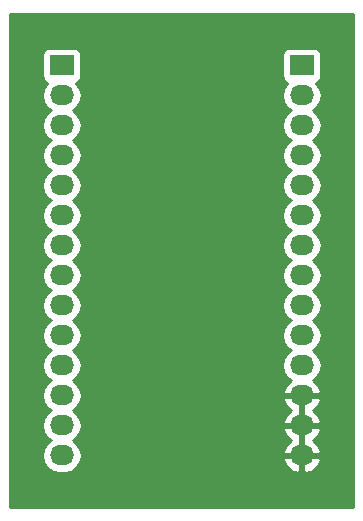
<source format=gbr>
G04 #@! TF.FileFunction,Copper,L2,Bot,Signal*
%FSLAX46Y46*%
G04 Gerber Fmt 4.6, Leading zero omitted, Abs format (unit mm)*
G04 Created by KiCad (PCBNEW 4.0.2-4+6225~38~ubuntu14.04.1-stable) date Fri 11 Mar 2016 16:17:42 SAST*
%MOMM*%
G01*
G04 APERTURE LIST*
%ADD10C,0.100000*%
%ADD11R,2.032000X1.727200*%
%ADD12O,2.032000X1.727200*%
%ADD13C,0.254000*%
G04 APERTURE END LIST*
D10*
D11*
X160020000Y-91440000D03*
D12*
X160020000Y-93980000D03*
X160020000Y-96520000D03*
X160020000Y-99060000D03*
X160020000Y-101600000D03*
X160020000Y-104140000D03*
X160020000Y-106680000D03*
X160020000Y-109220000D03*
X160020000Y-111760000D03*
X160020000Y-114300000D03*
X160020000Y-116840000D03*
X160020000Y-119380000D03*
X160020000Y-121920000D03*
X160020000Y-124460000D03*
D11*
X180340000Y-91440000D03*
D12*
X180340000Y-93980000D03*
X180340000Y-96520000D03*
X180340000Y-99060000D03*
X180340000Y-101600000D03*
X180340000Y-104140000D03*
X180340000Y-106680000D03*
X180340000Y-109220000D03*
X180340000Y-111760000D03*
X180340000Y-114300000D03*
X180340000Y-116840000D03*
X180340000Y-119380000D03*
X180340000Y-121920000D03*
X180340000Y-124460000D03*
D13*
G36*
X184710000Y-128830000D02*
X155650000Y-128830000D01*
X155650000Y-93980000D01*
X158336655Y-93980000D01*
X158450729Y-94553489D01*
X158775585Y-95039670D01*
X159090366Y-95250000D01*
X158775585Y-95460330D01*
X158450729Y-95946511D01*
X158336655Y-96520000D01*
X158450729Y-97093489D01*
X158775585Y-97579670D01*
X159090366Y-97790000D01*
X158775585Y-98000330D01*
X158450729Y-98486511D01*
X158336655Y-99060000D01*
X158450729Y-99633489D01*
X158775585Y-100119670D01*
X159090366Y-100330000D01*
X158775585Y-100540330D01*
X158450729Y-101026511D01*
X158336655Y-101600000D01*
X158450729Y-102173489D01*
X158775585Y-102659670D01*
X159090366Y-102870000D01*
X158775585Y-103080330D01*
X158450729Y-103566511D01*
X158336655Y-104140000D01*
X158450729Y-104713489D01*
X158775585Y-105199670D01*
X159090366Y-105410000D01*
X158775585Y-105620330D01*
X158450729Y-106106511D01*
X158336655Y-106680000D01*
X158450729Y-107253489D01*
X158775585Y-107739670D01*
X159090366Y-107950000D01*
X158775585Y-108160330D01*
X158450729Y-108646511D01*
X158336655Y-109220000D01*
X158450729Y-109793489D01*
X158775585Y-110279670D01*
X159090366Y-110490000D01*
X158775585Y-110700330D01*
X158450729Y-111186511D01*
X158336655Y-111760000D01*
X158450729Y-112333489D01*
X158775585Y-112819670D01*
X159090366Y-113030000D01*
X158775585Y-113240330D01*
X158450729Y-113726511D01*
X158336655Y-114300000D01*
X158450729Y-114873489D01*
X158775585Y-115359670D01*
X159090366Y-115570000D01*
X158775585Y-115780330D01*
X158450729Y-116266511D01*
X158336655Y-116840000D01*
X158450729Y-117413489D01*
X158775585Y-117899670D01*
X159090366Y-118110000D01*
X158775585Y-118320330D01*
X158450729Y-118806511D01*
X158336655Y-119380000D01*
X158450729Y-119953489D01*
X158775585Y-120439670D01*
X159090366Y-120650000D01*
X158775585Y-120860330D01*
X158450729Y-121346511D01*
X158336655Y-121920000D01*
X158450729Y-122493489D01*
X158775585Y-122979670D01*
X159090366Y-123190000D01*
X158775585Y-123400330D01*
X158450729Y-123886511D01*
X158336655Y-124460000D01*
X158450729Y-125033489D01*
X158775585Y-125519670D01*
X159261766Y-125844526D01*
X159835255Y-125958600D01*
X160204745Y-125958600D01*
X160778234Y-125844526D01*
X161264415Y-125519670D01*
X161589271Y-125033489D01*
X161631930Y-124819026D01*
X178732642Y-124819026D01*
X178735291Y-124834791D01*
X178989268Y-125362036D01*
X179425680Y-125751954D01*
X179978087Y-125945184D01*
X180213000Y-125800924D01*
X180213000Y-124587000D01*
X180467000Y-124587000D01*
X180467000Y-125800924D01*
X180701913Y-125945184D01*
X181254320Y-125751954D01*
X181690732Y-125362036D01*
X181944709Y-124834791D01*
X181947358Y-124819026D01*
X181826217Y-124587000D01*
X180467000Y-124587000D01*
X180213000Y-124587000D01*
X178853783Y-124587000D01*
X178732642Y-124819026D01*
X161631930Y-124819026D01*
X161703345Y-124460000D01*
X161589271Y-123886511D01*
X161264415Y-123400330D01*
X160949634Y-123190000D01*
X161264415Y-122979670D01*
X161589271Y-122493489D01*
X161631930Y-122279026D01*
X178732642Y-122279026D01*
X178735291Y-122294791D01*
X178989268Y-122822036D01*
X179401108Y-123190000D01*
X178989268Y-123557964D01*
X178735291Y-124085209D01*
X178732642Y-124100974D01*
X178853783Y-124333000D01*
X180213000Y-124333000D01*
X180213000Y-122047000D01*
X180467000Y-122047000D01*
X180467000Y-124333000D01*
X181826217Y-124333000D01*
X181947358Y-124100974D01*
X181944709Y-124085209D01*
X181690732Y-123557964D01*
X181278892Y-123190000D01*
X181690732Y-122822036D01*
X181944709Y-122294791D01*
X181947358Y-122279026D01*
X181826217Y-122047000D01*
X180467000Y-122047000D01*
X180213000Y-122047000D01*
X178853783Y-122047000D01*
X178732642Y-122279026D01*
X161631930Y-122279026D01*
X161703345Y-121920000D01*
X161589271Y-121346511D01*
X161264415Y-120860330D01*
X160949634Y-120650000D01*
X161264415Y-120439670D01*
X161589271Y-119953489D01*
X161631930Y-119739026D01*
X178732642Y-119739026D01*
X178735291Y-119754791D01*
X178989268Y-120282036D01*
X179401108Y-120650000D01*
X178989268Y-121017964D01*
X178735291Y-121545209D01*
X178732642Y-121560974D01*
X178853783Y-121793000D01*
X180213000Y-121793000D01*
X180213000Y-119507000D01*
X180467000Y-119507000D01*
X180467000Y-121793000D01*
X181826217Y-121793000D01*
X181947358Y-121560974D01*
X181944709Y-121545209D01*
X181690732Y-121017964D01*
X181278892Y-120650000D01*
X181690732Y-120282036D01*
X181944709Y-119754791D01*
X181947358Y-119739026D01*
X181826217Y-119507000D01*
X180467000Y-119507000D01*
X180213000Y-119507000D01*
X178853783Y-119507000D01*
X178732642Y-119739026D01*
X161631930Y-119739026D01*
X161703345Y-119380000D01*
X161589271Y-118806511D01*
X161264415Y-118320330D01*
X160949634Y-118110000D01*
X161264415Y-117899670D01*
X161589271Y-117413489D01*
X161703345Y-116840000D01*
X161589271Y-116266511D01*
X161264415Y-115780330D01*
X160949634Y-115570000D01*
X161264415Y-115359670D01*
X161589271Y-114873489D01*
X161703345Y-114300000D01*
X161589271Y-113726511D01*
X161264415Y-113240330D01*
X160949634Y-113030000D01*
X161264415Y-112819670D01*
X161589271Y-112333489D01*
X161703345Y-111760000D01*
X161589271Y-111186511D01*
X161264415Y-110700330D01*
X160949634Y-110490000D01*
X161264415Y-110279670D01*
X161589271Y-109793489D01*
X161703345Y-109220000D01*
X161589271Y-108646511D01*
X161264415Y-108160330D01*
X160949634Y-107950000D01*
X161264415Y-107739670D01*
X161589271Y-107253489D01*
X161703345Y-106680000D01*
X161589271Y-106106511D01*
X161264415Y-105620330D01*
X160949634Y-105410000D01*
X161264415Y-105199670D01*
X161589271Y-104713489D01*
X161703345Y-104140000D01*
X161589271Y-103566511D01*
X161264415Y-103080330D01*
X160949634Y-102870000D01*
X161264415Y-102659670D01*
X161589271Y-102173489D01*
X161703345Y-101600000D01*
X161589271Y-101026511D01*
X161264415Y-100540330D01*
X160949634Y-100330000D01*
X161264415Y-100119670D01*
X161589271Y-99633489D01*
X161703345Y-99060000D01*
X161589271Y-98486511D01*
X161264415Y-98000330D01*
X160949634Y-97790000D01*
X161264415Y-97579670D01*
X161589271Y-97093489D01*
X161703345Y-96520000D01*
X161589271Y-95946511D01*
X161264415Y-95460330D01*
X160949634Y-95250000D01*
X161264415Y-95039670D01*
X161589271Y-94553489D01*
X161703345Y-93980000D01*
X178656655Y-93980000D01*
X178770729Y-94553489D01*
X179095585Y-95039670D01*
X179410366Y-95250000D01*
X179095585Y-95460330D01*
X178770729Y-95946511D01*
X178656655Y-96520000D01*
X178770729Y-97093489D01*
X179095585Y-97579670D01*
X179410366Y-97790000D01*
X179095585Y-98000330D01*
X178770729Y-98486511D01*
X178656655Y-99060000D01*
X178770729Y-99633489D01*
X179095585Y-100119670D01*
X179410366Y-100330000D01*
X179095585Y-100540330D01*
X178770729Y-101026511D01*
X178656655Y-101600000D01*
X178770729Y-102173489D01*
X179095585Y-102659670D01*
X179410366Y-102870000D01*
X179095585Y-103080330D01*
X178770729Y-103566511D01*
X178656655Y-104140000D01*
X178770729Y-104713489D01*
X179095585Y-105199670D01*
X179410366Y-105410000D01*
X179095585Y-105620330D01*
X178770729Y-106106511D01*
X178656655Y-106680000D01*
X178770729Y-107253489D01*
X179095585Y-107739670D01*
X179410366Y-107950000D01*
X179095585Y-108160330D01*
X178770729Y-108646511D01*
X178656655Y-109220000D01*
X178770729Y-109793489D01*
X179095585Y-110279670D01*
X179410366Y-110490000D01*
X179095585Y-110700330D01*
X178770729Y-111186511D01*
X178656655Y-111760000D01*
X178770729Y-112333489D01*
X179095585Y-112819670D01*
X179410366Y-113030000D01*
X179095585Y-113240330D01*
X178770729Y-113726511D01*
X178656655Y-114300000D01*
X178770729Y-114873489D01*
X179095585Y-115359670D01*
X179410366Y-115570000D01*
X179095585Y-115780330D01*
X178770729Y-116266511D01*
X178656655Y-116840000D01*
X178770729Y-117413489D01*
X179095585Y-117899670D01*
X179405069Y-118106461D01*
X178989268Y-118477964D01*
X178735291Y-119005209D01*
X178732642Y-119020974D01*
X178853783Y-119253000D01*
X180213000Y-119253000D01*
X180213000Y-119233000D01*
X180467000Y-119233000D01*
X180467000Y-119253000D01*
X181826217Y-119253000D01*
X181947358Y-119020974D01*
X181944709Y-119005209D01*
X181690732Y-118477964D01*
X181274931Y-118106461D01*
X181584415Y-117899670D01*
X181909271Y-117413489D01*
X182023345Y-116840000D01*
X181909271Y-116266511D01*
X181584415Y-115780330D01*
X181269634Y-115570000D01*
X181584415Y-115359670D01*
X181909271Y-114873489D01*
X182023345Y-114300000D01*
X181909271Y-113726511D01*
X181584415Y-113240330D01*
X181269634Y-113030000D01*
X181584415Y-112819670D01*
X181909271Y-112333489D01*
X182023345Y-111760000D01*
X181909271Y-111186511D01*
X181584415Y-110700330D01*
X181269634Y-110490000D01*
X181584415Y-110279670D01*
X181909271Y-109793489D01*
X182023345Y-109220000D01*
X181909271Y-108646511D01*
X181584415Y-108160330D01*
X181269634Y-107950000D01*
X181584415Y-107739670D01*
X181909271Y-107253489D01*
X182023345Y-106680000D01*
X181909271Y-106106511D01*
X181584415Y-105620330D01*
X181269634Y-105410000D01*
X181584415Y-105199670D01*
X181909271Y-104713489D01*
X182023345Y-104140000D01*
X181909271Y-103566511D01*
X181584415Y-103080330D01*
X181269634Y-102870000D01*
X181584415Y-102659670D01*
X181909271Y-102173489D01*
X182023345Y-101600000D01*
X181909271Y-101026511D01*
X181584415Y-100540330D01*
X181269634Y-100330000D01*
X181584415Y-100119670D01*
X181909271Y-99633489D01*
X182023345Y-99060000D01*
X181909271Y-98486511D01*
X181584415Y-98000330D01*
X181269634Y-97790000D01*
X181584415Y-97579670D01*
X181909271Y-97093489D01*
X182023345Y-96520000D01*
X181909271Y-95946511D01*
X181584415Y-95460330D01*
X181269634Y-95250000D01*
X181584415Y-95039670D01*
X181909271Y-94553489D01*
X182023345Y-93980000D01*
X181909271Y-93406511D01*
X181584415Y-92920330D01*
X181570087Y-92910757D01*
X181591317Y-92906762D01*
X181807441Y-92767690D01*
X181952431Y-92555490D01*
X182003440Y-92303600D01*
X182003440Y-90576400D01*
X181959162Y-90341083D01*
X181820090Y-90124959D01*
X181607890Y-89979969D01*
X181356000Y-89928960D01*
X179324000Y-89928960D01*
X179088683Y-89973238D01*
X178872559Y-90112310D01*
X178727569Y-90324510D01*
X178676560Y-90576400D01*
X178676560Y-92303600D01*
X178720838Y-92538917D01*
X178859910Y-92755041D01*
X179072110Y-92900031D01*
X179113439Y-92908400D01*
X179095585Y-92920330D01*
X178770729Y-93406511D01*
X178656655Y-93980000D01*
X161703345Y-93980000D01*
X161589271Y-93406511D01*
X161264415Y-92920330D01*
X161250087Y-92910757D01*
X161271317Y-92906762D01*
X161487441Y-92767690D01*
X161632431Y-92555490D01*
X161683440Y-92303600D01*
X161683440Y-90576400D01*
X161639162Y-90341083D01*
X161500090Y-90124959D01*
X161287890Y-89979969D01*
X161036000Y-89928960D01*
X159004000Y-89928960D01*
X158768683Y-89973238D01*
X158552559Y-90112310D01*
X158407569Y-90324510D01*
X158356560Y-90576400D01*
X158356560Y-92303600D01*
X158400838Y-92538917D01*
X158539910Y-92755041D01*
X158752110Y-92900031D01*
X158793439Y-92908400D01*
X158775585Y-92920330D01*
X158450729Y-93406511D01*
X158336655Y-93980000D01*
X155650000Y-93980000D01*
X155650000Y-87070000D01*
X184710000Y-87070000D01*
X184710000Y-128830000D01*
X184710000Y-128830000D01*
G37*
X184710000Y-128830000D02*
X155650000Y-128830000D01*
X155650000Y-93980000D01*
X158336655Y-93980000D01*
X158450729Y-94553489D01*
X158775585Y-95039670D01*
X159090366Y-95250000D01*
X158775585Y-95460330D01*
X158450729Y-95946511D01*
X158336655Y-96520000D01*
X158450729Y-97093489D01*
X158775585Y-97579670D01*
X159090366Y-97790000D01*
X158775585Y-98000330D01*
X158450729Y-98486511D01*
X158336655Y-99060000D01*
X158450729Y-99633489D01*
X158775585Y-100119670D01*
X159090366Y-100330000D01*
X158775585Y-100540330D01*
X158450729Y-101026511D01*
X158336655Y-101600000D01*
X158450729Y-102173489D01*
X158775585Y-102659670D01*
X159090366Y-102870000D01*
X158775585Y-103080330D01*
X158450729Y-103566511D01*
X158336655Y-104140000D01*
X158450729Y-104713489D01*
X158775585Y-105199670D01*
X159090366Y-105410000D01*
X158775585Y-105620330D01*
X158450729Y-106106511D01*
X158336655Y-106680000D01*
X158450729Y-107253489D01*
X158775585Y-107739670D01*
X159090366Y-107950000D01*
X158775585Y-108160330D01*
X158450729Y-108646511D01*
X158336655Y-109220000D01*
X158450729Y-109793489D01*
X158775585Y-110279670D01*
X159090366Y-110490000D01*
X158775585Y-110700330D01*
X158450729Y-111186511D01*
X158336655Y-111760000D01*
X158450729Y-112333489D01*
X158775585Y-112819670D01*
X159090366Y-113030000D01*
X158775585Y-113240330D01*
X158450729Y-113726511D01*
X158336655Y-114300000D01*
X158450729Y-114873489D01*
X158775585Y-115359670D01*
X159090366Y-115570000D01*
X158775585Y-115780330D01*
X158450729Y-116266511D01*
X158336655Y-116840000D01*
X158450729Y-117413489D01*
X158775585Y-117899670D01*
X159090366Y-118110000D01*
X158775585Y-118320330D01*
X158450729Y-118806511D01*
X158336655Y-119380000D01*
X158450729Y-119953489D01*
X158775585Y-120439670D01*
X159090366Y-120650000D01*
X158775585Y-120860330D01*
X158450729Y-121346511D01*
X158336655Y-121920000D01*
X158450729Y-122493489D01*
X158775585Y-122979670D01*
X159090366Y-123190000D01*
X158775585Y-123400330D01*
X158450729Y-123886511D01*
X158336655Y-124460000D01*
X158450729Y-125033489D01*
X158775585Y-125519670D01*
X159261766Y-125844526D01*
X159835255Y-125958600D01*
X160204745Y-125958600D01*
X160778234Y-125844526D01*
X161264415Y-125519670D01*
X161589271Y-125033489D01*
X161631930Y-124819026D01*
X178732642Y-124819026D01*
X178735291Y-124834791D01*
X178989268Y-125362036D01*
X179425680Y-125751954D01*
X179978087Y-125945184D01*
X180213000Y-125800924D01*
X180213000Y-124587000D01*
X180467000Y-124587000D01*
X180467000Y-125800924D01*
X180701913Y-125945184D01*
X181254320Y-125751954D01*
X181690732Y-125362036D01*
X181944709Y-124834791D01*
X181947358Y-124819026D01*
X181826217Y-124587000D01*
X180467000Y-124587000D01*
X180213000Y-124587000D01*
X178853783Y-124587000D01*
X178732642Y-124819026D01*
X161631930Y-124819026D01*
X161703345Y-124460000D01*
X161589271Y-123886511D01*
X161264415Y-123400330D01*
X160949634Y-123190000D01*
X161264415Y-122979670D01*
X161589271Y-122493489D01*
X161631930Y-122279026D01*
X178732642Y-122279026D01*
X178735291Y-122294791D01*
X178989268Y-122822036D01*
X179401108Y-123190000D01*
X178989268Y-123557964D01*
X178735291Y-124085209D01*
X178732642Y-124100974D01*
X178853783Y-124333000D01*
X180213000Y-124333000D01*
X180213000Y-122047000D01*
X180467000Y-122047000D01*
X180467000Y-124333000D01*
X181826217Y-124333000D01*
X181947358Y-124100974D01*
X181944709Y-124085209D01*
X181690732Y-123557964D01*
X181278892Y-123190000D01*
X181690732Y-122822036D01*
X181944709Y-122294791D01*
X181947358Y-122279026D01*
X181826217Y-122047000D01*
X180467000Y-122047000D01*
X180213000Y-122047000D01*
X178853783Y-122047000D01*
X178732642Y-122279026D01*
X161631930Y-122279026D01*
X161703345Y-121920000D01*
X161589271Y-121346511D01*
X161264415Y-120860330D01*
X160949634Y-120650000D01*
X161264415Y-120439670D01*
X161589271Y-119953489D01*
X161631930Y-119739026D01*
X178732642Y-119739026D01*
X178735291Y-119754791D01*
X178989268Y-120282036D01*
X179401108Y-120650000D01*
X178989268Y-121017964D01*
X178735291Y-121545209D01*
X178732642Y-121560974D01*
X178853783Y-121793000D01*
X180213000Y-121793000D01*
X180213000Y-119507000D01*
X180467000Y-119507000D01*
X180467000Y-121793000D01*
X181826217Y-121793000D01*
X181947358Y-121560974D01*
X181944709Y-121545209D01*
X181690732Y-121017964D01*
X181278892Y-120650000D01*
X181690732Y-120282036D01*
X181944709Y-119754791D01*
X181947358Y-119739026D01*
X181826217Y-119507000D01*
X180467000Y-119507000D01*
X180213000Y-119507000D01*
X178853783Y-119507000D01*
X178732642Y-119739026D01*
X161631930Y-119739026D01*
X161703345Y-119380000D01*
X161589271Y-118806511D01*
X161264415Y-118320330D01*
X160949634Y-118110000D01*
X161264415Y-117899670D01*
X161589271Y-117413489D01*
X161703345Y-116840000D01*
X161589271Y-116266511D01*
X161264415Y-115780330D01*
X160949634Y-115570000D01*
X161264415Y-115359670D01*
X161589271Y-114873489D01*
X161703345Y-114300000D01*
X161589271Y-113726511D01*
X161264415Y-113240330D01*
X160949634Y-113030000D01*
X161264415Y-112819670D01*
X161589271Y-112333489D01*
X161703345Y-111760000D01*
X161589271Y-111186511D01*
X161264415Y-110700330D01*
X160949634Y-110490000D01*
X161264415Y-110279670D01*
X161589271Y-109793489D01*
X161703345Y-109220000D01*
X161589271Y-108646511D01*
X161264415Y-108160330D01*
X160949634Y-107950000D01*
X161264415Y-107739670D01*
X161589271Y-107253489D01*
X161703345Y-106680000D01*
X161589271Y-106106511D01*
X161264415Y-105620330D01*
X160949634Y-105410000D01*
X161264415Y-105199670D01*
X161589271Y-104713489D01*
X161703345Y-104140000D01*
X161589271Y-103566511D01*
X161264415Y-103080330D01*
X160949634Y-102870000D01*
X161264415Y-102659670D01*
X161589271Y-102173489D01*
X161703345Y-101600000D01*
X161589271Y-101026511D01*
X161264415Y-100540330D01*
X160949634Y-100330000D01*
X161264415Y-100119670D01*
X161589271Y-99633489D01*
X161703345Y-99060000D01*
X161589271Y-98486511D01*
X161264415Y-98000330D01*
X160949634Y-97790000D01*
X161264415Y-97579670D01*
X161589271Y-97093489D01*
X161703345Y-96520000D01*
X161589271Y-95946511D01*
X161264415Y-95460330D01*
X160949634Y-95250000D01*
X161264415Y-95039670D01*
X161589271Y-94553489D01*
X161703345Y-93980000D01*
X178656655Y-93980000D01*
X178770729Y-94553489D01*
X179095585Y-95039670D01*
X179410366Y-95250000D01*
X179095585Y-95460330D01*
X178770729Y-95946511D01*
X178656655Y-96520000D01*
X178770729Y-97093489D01*
X179095585Y-97579670D01*
X179410366Y-97790000D01*
X179095585Y-98000330D01*
X178770729Y-98486511D01*
X178656655Y-99060000D01*
X178770729Y-99633489D01*
X179095585Y-100119670D01*
X179410366Y-100330000D01*
X179095585Y-100540330D01*
X178770729Y-101026511D01*
X178656655Y-101600000D01*
X178770729Y-102173489D01*
X179095585Y-102659670D01*
X179410366Y-102870000D01*
X179095585Y-103080330D01*
X178770729Y-103566511D01*
X178656655Y-104140000D01*
X178770729Y-104713489D01*
X179095585Y-105199670D01*
X179410366Y-105410000D01*
X179095585Y-105620330D01*
X178770729Y-106106511D01*
X178656655Y-106680000D01*
X178770729Y-107253489D01*
X179095585Y-107739670D01*
X179410366Y-107950000D01*
X179095585Y-108160330D01*
X178770729Y-108646511D01*
X178656655Y-109220000D01*
X178770729Y-109793489D01*
X179095585Y-110279670D01*
X179410366Y-110490000D01*
X179095585Y-110700330D01*
X178770729Y-111186511D01*
X178656655Y-111760000D01*
X178770729Y-112333489D01*
X179095585Y-112819670D01*
X179410366Y-113030000D01*
X179095585Y-113240330D01*
X178770729Y-113726511D01*
X178656655Y-114300000D01*
X178770729Y-114873489D01*
X179095585Y-115359670D01*
X179410366Y-115570000D01*
X179095585Y-115780330D01*
X178770729Y-116266511D01*
X178656655Y-116840000D01*
X178770729Y-117413489D01*
X179095585Y-117899670D01*
X179405069Y-118106461D01*
X178989268Y-118477964D01*
X178735291Y-119005209D01*
X178732642Y-119020974D01*
X178853783Y-119253000D01*
X180213000Y-119253000D01*
X180213000Y-119233000D01*
X180467000Y-119233000D01*
X180467000Y-119253000D01*
X181826217Y-119253000D01*
X181947358Y-119020974D01*
X181944709Y-119005209D01*
X181690732Y-118477964D01*
X181274931Y-118106461D01*
X181584415Y-117899670D01*
X181909271Y-117413489D01*
X182023345Y-116840000D01*
X181909271Y-116266511D01*
X181584415Y-115780330D01*
X181269634Y-115570000D01*
X181584415Y-115359670D01*
X181909271Y-114873489D01*
X182023345Y-114300000D01*
X181909271Y-113726511D01*
X181584415Y-113240330D01*
X181269634Y-113030000D01*
X181584415Y-112819670D01*
X181909271Y-112333489D01*
X182023345Y-111760000D01*
X181909271Y-111186511D01*
X181584415Y-110700330D01*
X181269634Y-110490000D01*
X181584415Y-110279670D01*
X181909271Y-109793489D01*
X182023345Y-109220000D01*
X181909271Y-108646511D01*
X181584415Y-108160330D01*
X181269634Y-107950000D01*
X181584415Y-107739670D01*
X181909271Y-107253489D01*
X182023345Y-106680000D01*
X181909271Y-106106511D01*
X181584415Y-105620330D01*
X181269634Y-105410000D01*
X181584415Y-105199670D01*
X181909271Y-104713489D01*
X182023345Y-104140000D01*
X181909271Y-103566511D01*
X181584415Y-103080330D01*
X181269634Y-102870000D01*
X181584415Y-102659670D01*
X181909271Y-102173489D01*
X182023345Y-101600000D01*
X181909271Y-101026511D01*
X181584415Y-100540330D01*
X181269634Y-100330000D01*
X181584415Y-100119670D01*
X181909271Y-99633489D01*
X182023345Y-99060000D01*
X181909271Y-98486511D01*
X181584415Y-98000330D01*
X181269634Y-97790000D01*
X181584415Y-97579670D01*
X181909271Y-97093489D01*
X182023345Y-96520000D01*
X181909271Y-95946511D01*
X181584415Y-95460330D01*
X181269634Y-95250000D01*
X181584415Y-95039670D01*
X181909271Y-94553489D01*
X182023345Y-93980000D01*
X181909271Y-93406511D01*
X181584415Y-92920330D01*
X181570087Y-92910757D01*
X181591317Y-92906762D01*
X181807441Y-92767690D01*
X181952431Y-92555490D01*
X182003440Y-92303600D01*
X182003440Y-90576400D01*
X181959162Y-90341083D01*
X181820090Y-90124959D01*
X181607890Y-89979969D01*
X181356000Y-89928960D01*
X179324000Y-89928960D01*
X179088683Y-89973238D01*
X178872559Y-90112310D01*
X178727569Y-90324510D01*
X178676560Y-90576400D01*
X178676560Y-92303600D01*
X178720838Y-92538917D01*
X178859910Y-92755041D01*
X179072110Y-92900031D01*
X179113439Y-92908400D01*
X179095585Y-92920330D01*
X178770729Y-93406511D01*
X178656655Y-93980000D01*
X161703345Y-93980000D01*
X161589271Y-93406511D01*
X161264415Y-92920330D01*
X161250087Y-92910757D01*
X161271317Y-92906762D01*
X161487441Y-92767690D01*
X161632431Y-92555490D01*
X161683440Y-92303600D01*
X161683440Y-90576400D01*
X161639162Y-90341083D01*
X161500090Y-90124959D01*
X161287890Y-89979969D01*
X161036000Y-89928960D01*
X159004000Y-89928960D01*
X158768683Y-89973238D01*
X158552559Y-90112310D01*
X158407569Y-90324510D01*
X158356560Y-90576400D01*
X158356560Y-92303600D01*
X158400838Y-92538917D01*
X158539910Y-92755041D01*
X158752110Y-92900031D01*
X158793439Y-92908400D01*
X158775585Y-92920330D01*
X158450729Y-93406511D01*
X158336655Y-93980000D01*
X155650000Y-93980000D01*
X155650000Y-87070000D01*
X184710000Y-87070000D01*
X184710000Y-128830000D01*
M02*

</source>
